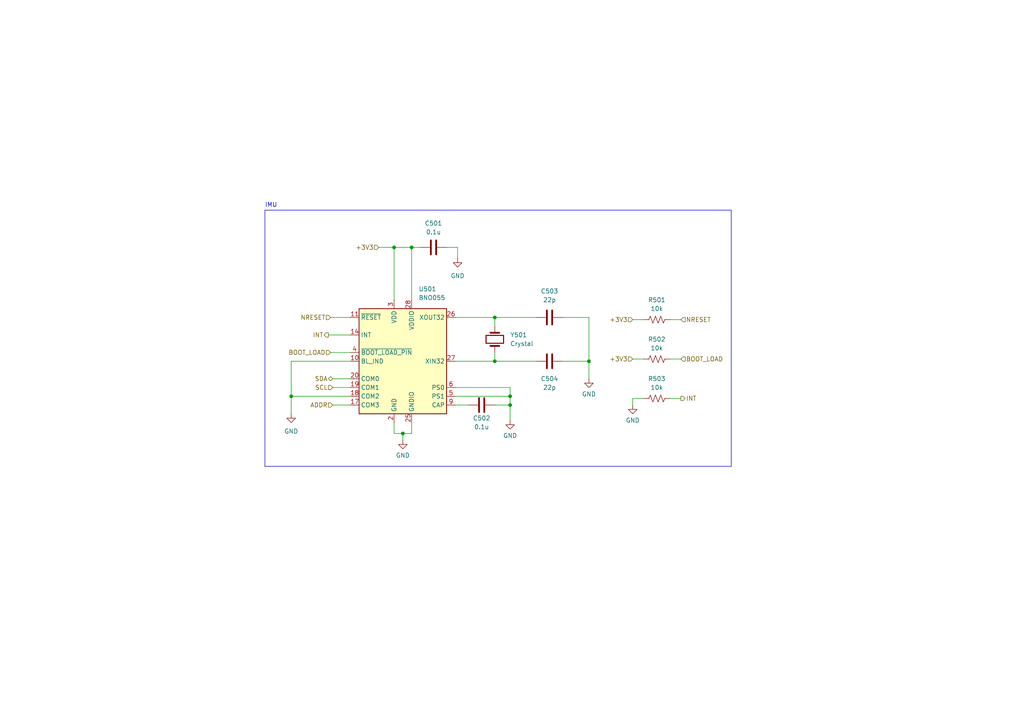
<source format=kicad_sch>
(kicad_sch (version 20230121) (generator eeschema)
  (paper "A4")
  (title_block (title "G.A.I.N.S. IMU Module") (date "2024-01-30") (rev "0.3") (company "Purdue University") (comment 1 "Team 19") (comment 2 "Owner: Cameron"))
  (lib_symbols
    (symbol "Device:C" (pin_numbers hide) (pin_names (offset 0.254))
      (property "Reference" "C" (at 0.635 2.54 0))
      (property "Value" "C" (at 0.635 -2.54 0))
      (symbol "C_0_1"
        (polyline (pts (xy -2.032 -0.762) (xy 2.032 -0.762)) (stroke (width 0.508)))
        (polyline (pts (xy -2.032 0.762) (xy 2.032 0.762)) (stroke (width 0.508)))
      )
      (symbol "C_1_1"
        (pin passive line (at 0 3.81 270) (length 2.794) (name "~") (number "1"))
        (pin passive line (at 0 -3.81 90) (length 2.794) (name "~") (number "2"))
      )
    )
    (symbol "Device:Crystal" (pin_numbers hide) (pin_names (offset 1.016) hide)
      (property "Reference" "Y" (at 0 3.81 0))
      (property "Value" "Crystal" (at 0 -3.81 0))
      (symbol "Crystal_0_1"
        (rectangle (start -1.143 2.54) (end 1.143 -2.54) (stroke (width 0.3048)))
        (polyline (pts (xy -2.54 0) (xy -1.905 0)))
        (polyline (pts (xy -1.905 -1.27) (xy -1.905 1.27)) (stroke (width 0.508)))
        (polyline (pts (xy 1.905 -1.27) (xy 1.905 1.27)) (stroke (width 0.508)))
        (polyline (pts (xy 2.54 0) (xy 1.905 0)))
      )
      (symbol "Crystal_1_1"
        (pin passive line (at -3.81 0 0) (length 1.27) (name "1") (number "1"))
        (pin passive line (at 3.81 0 180) (length 1.27) (name "2") (number "2"))
      )
    )
    (symbol "Device:R_US" (pin_numbers hide) (pin_names (offset 0))
      (property "Reference" "R" (at 2.54 0 90))
      (property "Value" "R_US" (at -2.54 0 90))
      (symbol "R_US_0_1"
        (polyline (pts (xy 0 -2.286) (xy 0 -2.54)))
        (polyline (pts (xy 0 2.286) (xy 0 2.54)))
        (polyline (pts (xy 0 -0.762) (xy 1.016 -1.143) (xy 0 -1.524) (xy -1.016 -1.905) (xy 0 -2.286)))
        (polyline (pts (xy 0 0.762) (xy 1.016 0.381) (xy 0 0) (xy -1.016 -0.381) (xy 0 -0.762)))
        (polyline (pts (xy 0 2.286) (xy 1.016 1.905) (xy 0 1.524) (xy -1.016 1.143) (xy 0 0.762)))
      )
      (symbol "R_US_1_1"
        (pin passive line (at 0 3.81 270) (length 1.27) (name "~") (number "1"))
        (pin passive line (at 0 -3.81 90) (length 1.27) (name "~") (number "2"))
      )
    )
    (symbol "GAINS_PCB_SYMBOLS:BNO055"
      (property "Reference" "U" (at -11.43 16.51 0))
      (property "Value" "BNO055" (at 12.7 16.51 0))
      (symbol "BNO055_0_1"
        (rectangle (start -12.7 15.24) (end 12.7 -15.24) (stroke (width 0.254)) (fill (type background)))
      )
      (symbol "BNO055_1_1"
        (pin no_connect line (at -12.7 10.16 0) (length 2.54) hide (name "PIN1") (number "1"))
        (pin output line (at -15.24 0 0) (length 2.54) (name "BL_IND") (number "10"))
        (pin input line (at -15.24 12.7 0) (length 2.54) (name "~{RESET}") (number "11"))
        (pin no_connect line (at 12.7 10.16 180) (length 2.54) hide (name "PIN12") (number "12"))
        (pin no_connect line (at 12.7 7.62 180) (length 2.54) hide (name "PIN13") (number "13"))
        (pin output line (at -15.24 7.62 0) (length 2.54) (name "INT") (number "14"))
        (pin passive line (at 2.54 -17.78 90) (length 2.54) hide (name "GNDIO") (number "15"))
        (pin passive line (at 2.54 -17.78 90) (length 2.54) hide (name "GNDIO") (number "16"))
        (pin input line (at -15.24 -12.7 0) (length 2.54) (name "COM3") (number "17"))
        (pin bidirectional line (at -15.24 -10.16 0) (length 2.54) (name "COM2") (number "18"))
        (pin bidirectional line (at -15.24 -7.62 0) (length 2.54) (name "COM1") (number "19"))
        (pin power_in line (at -2.54 -17.78 90) (length 2.54) (name "GND") (number "2"))
        (pin bidirectional line (at -15.24 -5.08 0) (length 2.54) (name "COM0") (number "20"))
        (pin no_connect line (at 12.7 5.08 180) (length 2.54) hide (name "PIN21") (number "21"))
        (pin no_connect line (at 12.7 2.54 180) (length 2.54) hide (name "PIN22") (number "22"))
        (pin no_connect line (at 12.7 -2.54 180) (length 2.54) hide (name "PIN23") (number "23"))
        (pin no_connect line (at 12.7 -5.08 180) (length 2.54) hide (name "PIN24") (number "24"))
        (pin power_in line (at 2.54 -17.78 90) (length 2.54) (name "GNDIO") (number "25"))
        (pin output line (at 15.24 12.7 180) (length 2.54) (name "XOUT32") (number "26"))
        (pin input line (at 15.24 0 180) (length 2.54) (name "XIN32") (number "27"))
        (pin power_in line (at 2.54 17.78 270) (length 2.54) (name "VDDIO") (number "28"))
        (pin power_in line (at -2.54 17.78 270) (length 2.54) (name "VDD") (number "3"))
        (pin input line (at -15.24 2.54 0) (length 2.54) (name "~{BOOT_LOAD_PIN}") (number "4"))
        (pin input line (at 15.24 -10.16 180) (length 2.54) (name "PS1") (number "5"))
        (pin input line (at 15.24 -7.62 180) (length 2.54) (name "PS0") (number "6"))
        (pin no_connect line (at -12.7 5.08 0) (length 2.54) hide (name "PIN7") (number "7"))
        (pin no_connect line (at -12.7 -2.54 0) (length 2.54) hide (name "PIN8") (number "8"))
        (pin passive line (at 15.24 -12.7 180) (length 2.54) (name "CAP") (number "9"))
      )
    )
    (symbol "power:GND" (power) (pin_names (offset 0))
      (property "Value" "GND" (at 0 -3.81 0))
      (symbol "GND_0_1"
        (polyline (pts (xy 0 0) (xy 0 -1.27) (xy 1.27 -1.27) (xy 0 -2.54) (xy -1.27 -1.27) (xy 0 -1.27)))
      )
      (symbol "GND_1_1"
        (pin power_in line (at 0 0 270) (length 0) hide (name "GND") (number "1"))
      )
    )
  )
  (junction (at 147.955 114.935))
  (junction (at 116.84 125.73))
  (junction (at 84.455 114.935))
  (junction (at 119.38 71.755))
  (junction (at 147.955 117.475))
  (junction (at 170.815 104.775))
  (junction (at 143.51 92.075))
  (junction (at 143.51 104.775))
  (junction (at 114.3 71.755))
  (wire (pts (xy 114.3 71.755) (xy 119.38 71.755)))
  (wire (pts (xy 84.455 114.935) (xy 101.6 114.935)))
  (wire (pts (xy 119.38 71.755) (xy 121.92 71.755)))
  (wire (pts (xy 183.515 92.71) (xy 186.69 92.71)))
  (wire (pts (xy 95.885 92.075) (xy 101.6 92.075)))
  (wire (pts (xy 132.08 92.075) (xy 143.51 92.075)))
  (wire (pts (xy 116.84 125.73) (xy 119.38 125.73)))
  (wire (pts (xy 95.25 97.155) (xy 101.6 97.155)))
  (wire (pts (xy 114.3 125.73) (xy 116.84 125.73)))
  (wire (pts (xy 143.51 117.475) (xy 147.955 117.475)))
  (wire (pts (xy 143.51 104.775) (xy 155.575 104.775)))
  (wire (pts (xy 95.885 102.235) (xy 101.6 102.235)))
  (wire (pts (xy 183.515 117.475) (xy 183.515 115.57)))
  (wire (pts (xy 132.08 112.395) (xy 147.955 112.395)))
  (wire (pts (xy 96.52 117.475) (xy 101.6 117.475)))
  (wire (pts (xy 143.51 92.075) (xy 143.51 94.615)))
  (polyline (pts (xy 76.835 60.96) (xy 212.09 60.96)))
  (wire (pts (xy 96.52 112.395) (xy 101.6 112.395)))
  (wire (pts (xy 163.195 92.075) (xy 170.815 92.075)))
  (wire (pts (xy 132.08 104.775) (xy 143.51 104.775)))
  (wire (pts (xy 183.515 115.57) (xy 186.69 115.57)))
  (wire (pts (xy 132.08 117.475) (xy 135.89 117.475)))
  (wire (pts (xy 129.54 71.755) (xy 132.715 71.755)))
  (polyline (pts (xy 76.835 60.96) (xy 76.835 135.255)))
  (wire (pts (xy 147.955 114.935) (xy 147.955 117.475)))
  (wire (pts (xy 147.955 117.475) (xy 147.955 121.92)))
  (wire (pts (xy 84.455 114.935) (xy 84.455 120.015)))
  (polyline (pts (xy 212.09 60.96) (xy 212.09 135.255)))
  (wire (pts (xy 109.855 71.755) (xy 114.3 71.755)))
  (wire (pts (xy 194.31 115.57) (xy 197.485 115.57)))
  (wire (pts (xy 116.84 125.73) (xy 116.84 127.635)))
  (wire (pts (xy 170.815 104.775) (xy 170.815 109.855)))
  (polyline (pts (xy 212.09 135.255) (xy 76.835 135.255)))
  (wire (pts (xy 84.455 104.775) (xy 84.455 114.935)))
  (wire (pts (xy 132.08 114.935) (xy 147.955 114.935)))
  (wire (pts (xy 194.31 92.71) (xy 197.485 92.71)))
  (wire (pts (xy 132.715 71.755) (xy 132.715 74.93)))
  (wire (pts (xy 114.3 71.755) (xy 114.3 86.995)))
  (wire (pts (xy 143.51 104.775) (xy 143.51 102.235)))
  (wire (pts (xy 119.38 71.755) (xy 119.38 86.995)))
  (wire (pts (xy 114.3 122.555) (xy 114.3 125.73)))
  (wire (pts (xy 143.51 92.075) (xy 155.575 92.075)))
  (wire (pts (xy 183.515 104.14) (xy 186.69 104.14)))
  (wire (pts (xy 147.955 112.395) (xy 147.955 114.935)))
  (wire (pts (xy 119.38 125.73) (xy 119.38 122.555)))
  (wire (pts (xy 194.31 104.14) (xy 197.485 104.14)))
  (wire (pts (xy 101.6 104.775) (xy 84.455 104.775)))
  (wire (pts (xy 170.815 92.075) (xy 170.815 104.775)))
  (wire (pts (xy 163.195 104.775) (xy 170.815 104.775)))
  (wire (pts (xy 96.52 109.855) (xy 101.6 109.855)))
  (text "IMU" (at 76.835 60.325 0) (effects (font (size 1.27 1.27)) (justify left bottom)))
  (hierarchical_label "+3V3" (shape input) (at 183.515 92.71 180))
  (hierarchical_label "NRESET" (shape input) (at 95.885 92.075 180))
  (hierarchical_label "SDA" (shape bidirectional) (at 96.52 109.855 180))
  (hierarchical_label "BOOT_LOAD" (shape input) (at 197.485 104.14 0))
  (hierarchical_label "+3V3" (shape input) (at 109.855 71.755 180))
  (hierarchical_label "INT" (shape output) (at 95.25 97.155 180))
  (hierarchical_label "BOOT_LOAD" (shape input) (at 95.885 102.235 180))
  (hierarchical_label "INT" (shape output) (at 197.485 115.57 0))
  (hierarchical_label "+3V3" (shape input) (at 183.515 104.14 180))
  (hierarchical_label "ADDR" (shape input) (at 96.52 117.475 180))
  (hierarchical_label "SCL" (shape input) (at 96.52 112.395 180))
  (hierarchical_label "NRESET" (shape input) (at 197.485 92.71 0))
  (symbol (lib_id "power:GND") (at 170.815 109.855 0) (unit 1)
    (property "Reference" "#PWR0505" (effects hide))
    (property "Value" "GND" (at 170.815 114.3 0))
    (instances (project "GAINS_PCB" (path "" (reference "#PWR0505") (unit 1)) (path "" (reference "#PWR0605") (unit 1))))
  )
  (symbol (lib_id "Device:C") (at 125.73 71.755 90) (unit 1)
    (property "Reference" "C501" (at 125.73 64.77 90))
    (property "Value" "0.1u" (at 125.73 67.31 90))
    (instances (project "GAINS_PCB" (path "" (reference "C501") (unit 1)) (path "" (reference "C601") (unit 1))))
  )
  (symbol (lib_id "Device:C") (at 159.385 92.075 270) (unit 1)
    (property "Reference" "C503" (at 159.385 84.455 90))
    (property "Value" "22p" (at 159.385 86.995 90))
    (instances (project "GAINS_PCB" (path "" (reference "C503") (unit 1)) (path "" (reference "C603") (unit 1))))
  )
  (symbol (lib_id "Device:R_US") (at 190.5 92.71 90) (unit 1)
    (property "Reference" "R501" (at 190.5 86.995 90))
    (property "Value" "10k" (at 190.5 89.535 90))
    (instances (project "GAINS_PCB" (path "" (reference "R501") (unit 1)) (path "" (reference "R601") (unit 1))))
  )
  (symbol (lib_id "Device:C") (at 159.385 104.775 270) (unit 1)
    (property "Reference" "C504" (at 159.385 109.855 90))
    (property "Value" "22p" (at 159.385 112.395 90))
    (instances (project "GAINS_PCB" (path "" (reference "C504") (unit 1)) (path "" (reference "C604") (unit 1))))
  )
  (symbol (lib_id "Device:R_US") (at 190.5 104.14 90) (unit 1)
    (property "Reference" "R502" (at 190.5 98.425 90))
    (property "Value" "10k" (at 190.5 100.965 90))
    (instances (project "GAINS_PCB" (path "" (reference "R502") (unit 1)) (path "" (reference "R602") (unit 1))))
  )
  (symbol (lib_id "Device:C") (at 139.7 117.475 90) (unit 1)
    (property "Reference" "C502" (at 139.7 121.285 90))
    (property "Value" "0.1u" (at 139.7 123.825 90))
    (instances (project "GAINS_PCB" (path "" (reference "C502") (unit 1)) (path "" (reference "C602") (unit 1))))
  )
  (symbol (lib_id "power:GND") (at 132.715 74.93 0) (unit 1)
    (property "Reference" "#PWR0503" (effects hide))
    (property "Value" "GND" (at 132.715 80.01 0))
    (instances (project "GAINS_PCB" (path "" (reference "#PWR0503") (unit 1)) (path "" (reference "#PWR0603") (unit 1))))
  )
  (symbol (lib_id "power:GND") (at 116.84 127.635 0) (unit 1)
    (property "Reference" "#PWR0502" (effects hide))
    (property "Value" "GND" (at 116.84 132.08 0))
    (instances (project "GAINS_PCB" (path "" (reference "#PWR0502") (unit 1)) (path "" (reference "#PWR0602") (unit 1))))
  )
  (symbol (lib_id "Device:Crystal") (at 143.51 98.425 90) (unit 1)
    (property "Reference" "Y501" (at 147.955 97.1549 90) (effects (justify right)))
    (property "Value" "Crystal" (at 147.955 99.6949 90) (effects (justify right)))
    (instances (project "GAINS_PCB" (path "" (reference "Y501") (unit 1)) (path "" (reference "Y601") (unit 1))))
  )
  (symbol (lib_id "GAINS_PCB_SYMBOLS:BNO055") (at 116.84 104.775 0) (unit 1)
    (property "Reference" "U501" (at 121.3994 83.82 0) (effects (justify left)))
    (property "Value" "BNO055" (at 121.3994 86.36 0) (effects (justify left)))
    (property "Footprint" "Package_LGA:LGA-28_5.2x3.8mm_P0.5mm" (effects hide))
    (property "Datasheet" "https://www.bosch-sensortec.com/media/boschsensortec/downloads/datasheets/bst-bno055-ds000.pdf" (effects hide))
    (instances (project "GAINS_PCB" (path "" (reference "U501") (unit 1)) (path "" (reference "U601") (unit 1))))
  )
  (symbol (lib_id "power:GND") (at 84.455 120.015 0) (unit 1)
    (property "Reference" "#PWR0501" (effects hide))
    (property "Value" "GND" (at 84.455 125.095 0))
    (instances (project "GAINS_PCB" (path "" (reference "#PWR0501") (unit 1)) (path "" (reference "#PWR0601") (unit 1))))
  )
  (symbol (lib_id "Device:R_US") (at 190.5 115.57 90) (unit 1)
    (property "Reference" "R503" (at 190.5 109.855 90))
    (property "Value" "10k" (at 190.5 112.395 90))
    (instances (project "GAINS_PCB" (path "" (reference "R503") (unit 1)) (path "" (reference "R603") (unit 1))))
  )
  (symbol (lib_id "power:GND") (at 147.955 121.92 0) (unit 1)
    (property "Reference" "#PWR0504" (effects hide))
    (property "Value" "GND" (at 147.955 126.365 0))
    (instances (project "GAINS_PCB" (path "" (reference "#PWR0504") (unit 1)) (path "" (reference "#PWR0604") (unit 1))))
  )
  (symbol (lib_id "power:GND") (at 183.515 117.475 0) (unit 1)
    (property "Reference" "#PWR0506" (effects hide))
    (property "Value" "GND" (at 183.515 121.92 0))
    (instances (project "GAINS_PCB" (path "" (reference "#PWR0506") (unit 1)) (path "" (reference "#PWR0606") (unit 1))))
  )
)
</source>
